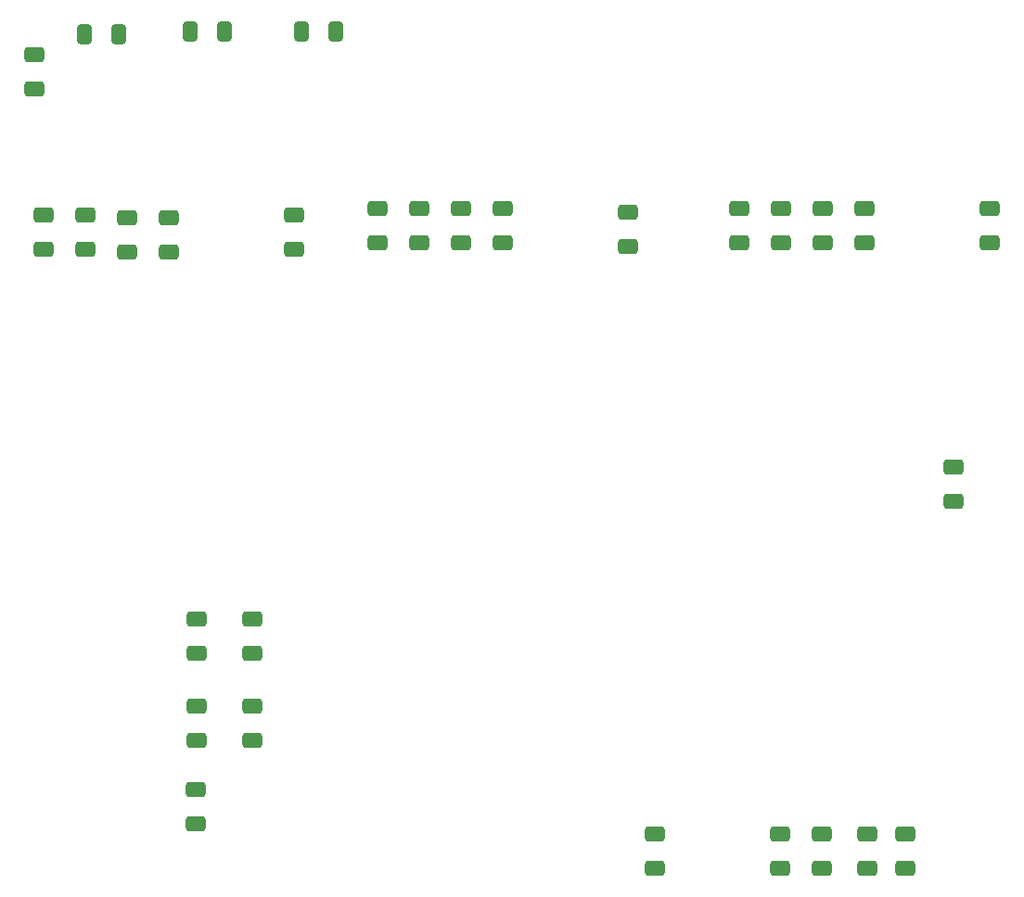
<source format=gbr>
%TF.GenerationSoftware,KiCad,Pcbnew,8.0.3*%
%TF.CreationDate,2024-11-19T22:00:55+01:00*%
%TF.ProjectId,weerstation-analoog,77656572-7374-4617-9469-6f6e2d616e61,rev?*%
%TF.SameCoordinates,Original*%
%TF.FileFunction,Paste,Bot*%
%TF.FilePolarity,Positive*%
%FSLAX46Y46*%
G04 Gerber Fmt 4.6, Leading zero omitted, Abs format (unit mm)*
G04 Created by KiCad (PCBNEW 8.0.3) date 2024-11-19 22:00:55*
%MOMM*%
%LPD*%
G01*
G04 APERTURE LIST*
G04 Aperture macros list*
%AMRoundRect*
0 Rectangle with rounded corners*
0 $1 Rounding radius*
0 $2 $3 $4 $5 $6 $7 $8 $9 X,Y pos of 4 corners*
0 Add a 4 corners polygon primitive as box body*
4,1,4,$2,$3,$4,$5,$6,$7,$8,$9,$2,$3,0*
0 Add four circle primitives for the rounded corners*
1,1,$1+$1,$2,$3*
1,1,$1+$1,$4,$5*
1,1,$1+$1,$6,$7*
1,1,$1+$1,$8,$9*
0 Add four rect primitives between the rounded corners*
20,1,$1+$1,$2,$3,$4,$5,0*
20,1,$1+$1,$4,$5,$6,$7,0*
20,1,$1+$1,$6,$7,$8,$9,0*
20,1,$1+$1,$8,$9,$2,$3,0*%
G04 Aperture macros list end*
%ADD10RoundRect,0.250000X-0.650000X0.412500X-0.650000X-0.412500X0.650000X-0.412500X0.650000X0.412500X0*%
%ADD11RoundRect,0.250000X-0.412500X-0.650000X0.412500X-0.650000X0.412500X0.650000X-0.412500X0.650000X0*%
%ADD12RoundRect,0.250000X0.650000X-0.412500X0.650000X0.412500X-0.650000X0.412500X-0.650000X-0.412500X0*%
%ADD13RoundRect,0.250000X0.412500X0.650000X-0.412500X0.650000X-0.412500X-0.650000X0.412500X-0.650000X0*%
G04 APERTURE END LIST*
D10*
%TO.C,C10*%
X91440000Y-42887500D03*
X91440000Y-46012500D03*
%TD*%
%TO.C,C30*%
X103378000Y-66509500D03*
X103378000Y-69634500D03*
%TD*%
%TO.C,C20*%
X27940000Y-43745000D03*
X27940000Y-46870000D03*
%TD*%
%TO.C,C1*%
X50800000Y-42887500D03*
X50800000Y-46012500D03*
%TD*%
%TO.C,C9*%
X87630000Y-42887500D03*
X87630000Y-46012500D03*
%TD*%
%TO.C,C14*%
X43180000Y-43452500D03*
X43180000Y-46577500D03*
%TD*%
%TO.C,C4*%
X54610000Y-42887500D03*
X54610000Y-46012500D03*
%TD*%
D11*
%TO.C,C21*%
X33705000Y-26670000D03*
X36830000Y-26670000D03*
%TD*%
D12*
%TO.C,C25*%
X34290000Y-83527500D03*
X34290000Y-80402500D03*
%TD*%
D10*
%TO.C,C8*%
X95250000Y-42887500D03*
X95250000Y-46012500D03*
%TD*%
D12*
%TO.C,C17*%
X95504000Y-103162500D03*
X95504000Y-100037500D03*
%TD*%
D10*
%TO.C,C7*%
X106680000Y-42887500D03*
X106680000Y-46012500D03*
%TD*%
D12*
%TO.C,C27*%
X34290000Y-91440000D03*
X34290000Y-88315000D03*
%TD*%
%TO.C,C24*%
X39370000Y-91440000D03*
X39370000Y-88315000D03*
%TD*%
D10*
%TO.C,C2*%
X73660000Y-43180000D03*
X73660000Y-46305000D03*
%TD*%
%TO.C,C29*%
X19481800Y-28790500D03*
X19481800Y-31915500D03*
%TD*%
D12*
%TO.C,C18*%
X91378700Y-103162500D03*
X91378700Y-100037500D03*
%TD*%
D11*
%TO.C,C22*%
X43865000Y-26670000D03*
X46990000Y-26670000D03*
%TD*%
D10*
%TO.C,C3*%
X62230000Y-42887500D03*
X62230000Y-46012500D03*
%TD*%
%TO.C,C13*%
X20320000Y-43452500D03*
X20320000Y-46577500D03*
%TD*%
%TO.C,C16*%
X31750000Y-43745000D03*
X31750000Y-46870000D03*
%TD*%
D12*
%TO.C,C11*%
X98998700Y-103162500D03*
X98998700Y-100037500D03*
%TD*%
%TO.C,C26*%
X39370000Y-83527500D03*
X39370000Y-80402500D03*
%TD*%
D13*
%TO.C,C28*%
X27216500Y-26924000D03*
X24091500Y-26924000D03*
%TD*%
D12*
%TO.C,C15*%
X87568700Y-103162500D03*
X87568700Y-100037500D03*
%TD*%
%TO.C,C12*%
X76138700Y-103162500D03*
X76138700Y-100037500D03*
%TD*%
D10*
%TO.C,C19*%
X24130000Y-43452500D03*
X24130000Y-46577500D03*
%TD*%
D12*
%TO.C,C23*%
X34239200Y-99098500D03*
X34239200Y-95973500D03*
%TD*%
D10*
%TO.C,C5*%
X58420000Y-42887500D03*
X58420000Y-46012500D03*
%TD*%
%TO.C,C6*%
X83820000Y-42887500D03*
X83820000Y-46012500D03*
%TD*%
M02*

</source>
